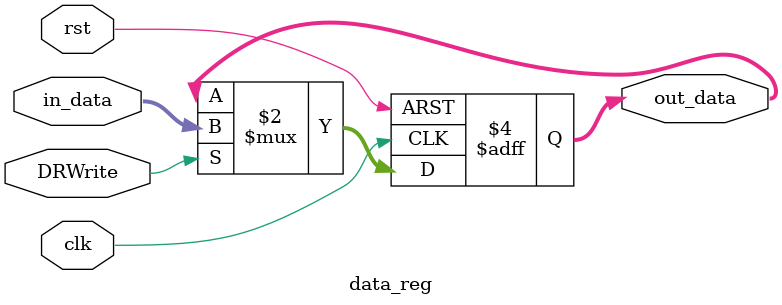
<source format=v>
`timescale 1ns / 1ps


module data_reg(
      input clk, rst,
      input DRWrite,               // Ð´Ê¹ÄÜ
      input [31:0] in_data,   // Ð´ÈëÊý¾Ý
      output reg [31:0] out_data // Êä³öÊý¾Ý
);
always @(posedge clk or posedge rst) begin
    if (rst) begin
       out_data <= 32'b0;
    end else if (DRWrite) begin //Ð´Ê¹ÄÜ£¬Ëø´æÊäÈëÊý¾Ý
        out_data <= in_data;
    end
end
endmodule

</source>
